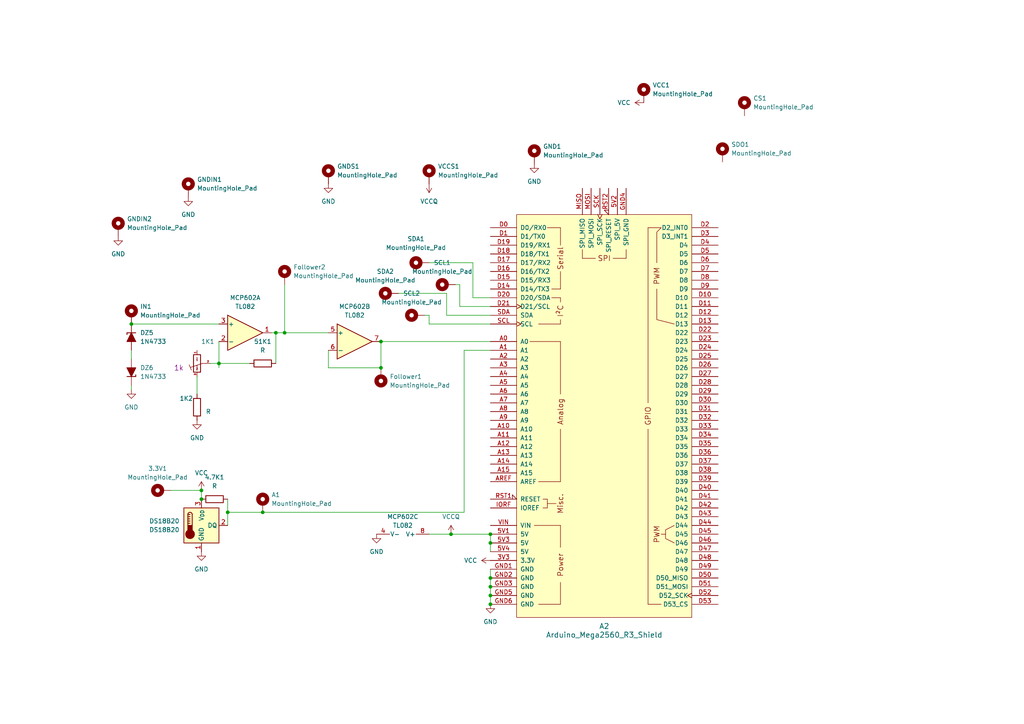
<source format=kicad_sch>
(kicad_sch (version 20230121) (generator eeschema)
  (paper "A4")
  (lib_symbols
    (symbol "Amplifier_Operational:TL082" (pin_names (offset 0.127))
      (property "Reference" "U" (at 0 5.08 0))
      (property "Value" "TL082" (at 0 -5.08 0))
      (symbol "TL082_1_1"
        (polyline (pts (xy -5.08 5.08) (xy 5.08 0) (xy -5.08 -5.08) (xy -5.08 5.08)) (stroke (width 0.254)) (fill (type background)))
        (pin output line (at 7.62 0 180) (length 2.54) (name "~") (number "1"))
        (pin input line (at -7.62 -2.54 0) (length 2.54) (name "-") (number "2"))
        (pin input line (at -7.62 2.54 0) (length 2.54) (name "+") (number "3"))
      )
      (symbol "TL082_2_1"
        (polyline (pts (xy -5.08 5.08) (xy 5.08 0) (xy -5.08 -5.08) (xy -5.08 5.08)) (stroke (width 0.254)) (fill (type background)))
        (pin input line (at -7.62 2.54 0) (length 2.54) (name "+") (number "5"))
        (pin input line (at -7.62 -2.54 0) (length 2.54) (name "-") (number "6"))
        (pin output line (at 7.62 0 180) (length 2.54) (name "~") (number "7"))
      )
      (symbol "TL082_3_1"
        (pin power_in line (at -2.54 -7.62 90) (length 3.81) (name "V-") (number "4"))
        (pin power_in line (at -2.54 7.62 270) (length 3.81) (name "V+") (number "8"))
      )
    )
    (symbol "Device:R" (pin_numbers hide) (pin_names (offset 0))
      (property "Reference" "R" (at 2.032 0 90))
      (property "Value" "R" (at 0 0 90))
      (symbol "R_0_1"
        (rectangle (start -1.016 -2.54) (end 1.016 2.54) (stroke (width 0.254)))
      )
      (symbol "R_1_1"
        (pin passive line (at 0 3.81 270) (length 1.27) (name "~") (number "1"))
        (pin passive line (at 0 -3.81 90) (length 1.27) (name "~") (number "2"))
      )
    )
    (symbol "Mechanical:MountingHole_Pad" (pin_numbers hide) (pin_names (offset 1.016) hide)
      (property "Reference" "H" (at 0 6.35 0))
      (property "Value" "MountingHole_Pad" (at 0 4.445 0))
      (symbol "MountingHole_Pad_0_1"
        (circle (center 0 1.27) (radius 1.27) (stroke (width 1.27)))
      )
      (symbol "MountingHole_Pad_1_1"
        (pin input line (at 0 -2.54 90) (length 2.54) (name "1") (number "1"))
      )
    )
    (symbol "PCM_4ms_Potentiometer:TrimPot_T73YEt_1k" (pin_names (offset 1.016) hide)
      (property "Reference" "TRIM" (at -5.08 0.381 90))
      (property "Display" "1k" (at -3.302 0.127 90))
      (symbol "TrimPot_T73YEt_1k_0_1"
        (polyline (pts (xy -2.286 -0.381) (xy -1.651 -1.905)))
        (polyline (pts (xy -1.905 -1.143) (xy 1.524 0)))
        (polyline (pts (xy 2.54 0) (xy 1.524 0)))
        (rectangle (start 1.016 2.54) (end -1.016 -2.54) (stroke (width 0.254)))
      )
      (symbol "TrimPot_T73YEt_1k_1_0"
        (text "Left/1" (at 0 1.27 900) (effects (font (size 0.254 0.254))))
        (text "Right/3" (at 0 -1.27 900) (effects (font (size 0.254 0.254))))
      )
      (symbol "TrimPot_T73YEt_1k_1_1"
        (pin passive line (at 0 3.81 270) (length 1.27) (name "Left") (number "1"))
        (pin passive line (at 3.81 0 180) (length 1.27) (name "Center") (number "2"))
        (pin passive line (at 0 -3.81 90) (length 1.27) (name "Right") (number "3"))
      )
    )
    (symbol "PCM_4ms_Power-symbol:GND" (power) (pin_names (offset 0))
      (property "Value" "GND" (at 0 -3.81 0))
      (symbol "GND_0_1"
        (polyline (pts (xy 0 0) (xy 0 -1.27) (xy 1.27 -1.27) (xy 0 -2.54) (xy -1.27 -1.27) (xy 0 -1.27)))
      )
      (symbol "GND_1_1"
        (pin power_in line (at 0 0 270) (length 0) hide (name "GND") (number "1"))
      )
    )
    (symbol "PCM_Diode_Zener_AKL:1N4733" (pin_numbers hide) (pin_names (offset 1.016) hide)
      (property "Reference" "DZ" (at 0 5.08 0))
      (property "Value" "1N4733" (at 0 2.54 0))
      (symbol "1N4733_0_1"
        (polyline (pts (xy -1.27 0) (xy 1.27 0)))
        (polyline (pts (xy 1.27 1.27) (xy 0.762 1.27)) (stroke (width 0.254)))
        (polyline (pts (xy 1.27 1.27) (xy 1.27 -1.27)) (stroke (width 0.254)))
        (polyline (pts (xy -1.27 -1.27) (xy -1.27 1.27) (xy 1.27 0) (xy -1.27 -1.27)) (stroke (width 0.254)) (fill (type outline)))
      )
      (symbol "1N4733_1_1"
        (pin passive line (at 3.81 0 180) (length 2.54) (name "K") (number "1"))
        (pin passive line (at -3.81 0 0) (length 2.54) (name "A") (number "2"))
      )
    )
    (symbol "PCM_arduino-library:Arduino_Mega2560_R3_Shield" (pin_names (offset 1.016))
      (property "Reference" "A" (at 0 -62.23 0))
      (property "Value" "Arduino_Mega2560_R3_Shield" (at 0 -66.04 0))
      (symbol "Arduino_Mega2560_R3_Shield_0_0"
        (rectangle (start -25.4 -58.42) (end 25.4 58.42) (fill (type background)))
        (rectangle (start -20.32 -31.75) (end -12.7 -31.75))
        (rectangle (start -19.05 -54.61) (end -12.7 -54.61))
        (rectangle (start -19.05 -19.05) (end -12.7 -19.05))
        (rectangle (start -19.05 26.67) (end -12.7 26.67))
        (rectangle (start -17.78 -26.67) (end -16.51 -26.67))
        (rectangle (start -17.78 -24.13) (end -16.51 -24.13))
        (rectangle (start -16.51 -25.4) (end -13.97 -25.4))
        (rectangle (start -16.51 -24.13) (end -16.51 -26.67))
        (rectangle (start -16.51 54.61) (end -12.7 54.61))
        (rectangle (start -15.24 34.29) (end -12.7 34.29))
        (rectangle (start -15.24 36.83) (end -12.7 36.83))
        (rectangle (start -12.7 -54.61) (end -12.7 -48.26))
        (rectangle (start -12.7 -31.75) (end -12.7 -38.1))
        (rectangle (start -12.7 26.67) (end -12.7 27.94))
        (rectangle (start -12.7 34.29) (end -12.7 33.02))
        (rectangle (start -12.7 41.91) (end -12.7 36.83))
        (rectangle (start -12.7 49.53) (end -12.7 54.61))
        (rectangle (start -6.35 48.26) (end -6.35 45.72))
        (rectangle (start -2.54 45.72) (end -6.35 45.72))
        (polyline (pts (xy -21.59 21.59) (xy -12.7 21.59)))
        (polyline (pts (xy -12.7 -19.05) (xy -12.7 -3.81)))
        (polyline (pts (xy -12.7 6.35) (xy -12.7 21.59)))
        (polyline (pts (xy 12.7 -54.61) (xy 16.51 -54.61)))
        (polyline (pts (xy 12.7 54.61) (xy 16.51 54.61)))
        (polyline (pts (xy 17.78 -34.29) (xy 16.51 -34.29)))
        (polyline (pts (xy 15.24 36.83) (xy 15.24 27.94) (xy 20.32 26.67)))
        (polyline (pts (xy 15.24 44.45) (xy 15.24 53.34) (xy 16.51 54.61)))
        (polyline (pts (xy 20.32 -31.75) (xy 17.78 -33.02) (xy 17.78 -35.56) (xy 20.32 -36.83)))
        (rectangle (start 6.35 45.72) (end 2.54 45.72))
        (rectangle (start 6.35 48.26) (end 6.35 45.72))
        (text "Analog" (at -12.7 1.27 900) (effects (font (size 1.524 1.524))))
        (text "I²C" (at -12.7 30.48 900) (effects (font (size 1.524 1.524))))
        (text "Misc." (at -12.7 -25.4 900) (effects (font (size 1.524 1.524))))
        (text "Power" (at -12.7 -43.18 900) (effects (font (size 1.524 1.524))))
        (text "PWM" (at 15.24 -34.29 900) (effects (font (size 1.524 1.524))))
        (text "PWM" (at 15.24 40.64 900) (effects (font (size 1.524 1.524))))
        (text "Serial" (at -12.7 45.72 900) (effects (font (size 1.524 1.524))))
        (text "SPI" (at 0 45.72 0) (effects (font (size 1.524 1.524))))
      )
      (symbol "Arduino_Mega2560_R3_Shield_1_0"
        (rectangle (start 12.7 -54.61) (end 12.7 -3.81))
        (rectangle (start 12.7 54.61) (end 12.7 3.81))
        (text "GPIO" (at 12.7 0 900) (effects (font (size 1.524 1.524))))
      )
      (symbol "Arduino_Mega2560_R3_Shield_1_1"
        (pin power_out line (at -33.02 -41.91 0) (length 7.62) (name "3.3V") (number "3V3"))
        (pin power_in line (at -33.02 -34.29 0) (length 7.62) (name "5V") (number "5V1"))
        (pin power_in line (at 3.81 66.04 270) (length 7.62) (name "SPI_5V") (number "5V2"))
        (pin power_in line (at -33.02 -36.83 0) (length 7.62) (name "5V") (number "5V3"))
        (pin power_in line (at -33.02 -39.37 0) (length 7.62) (name "5V") (number "5V4"))
        (pin bidirectional line (at -33.02 21.59 0) (length 7.62) (name "A0") (number "A0"))
        (pin bidirectional line (at -33.02 19.05 0) (length 7.62) (name "A1") (number "A1"))
        (pin bidirectional line (at -33.02 -3.81 0) (length 7.62) (name "A10") (number "A10"))
        (pin bidirectional line (at -33.02 -6.35 0) (length 7.62) (name "A11") (number "A11"))
        (pin bidirectional line (at -33.02 -8.89 0) (length 7.62) (name "A12") (number "A12"))
        (pin bidirectional line (at -33.02 -11.43 0) (length 7.62) (name "A13") (number "A13"))
        (pin bidirectional line (at -33.02 -13.97 0) (length 7.62) (name "A14") (number "A14"))
        (pin bidirectional line (at -33.02 -16.51 0) (length 7.62) (name "A15") (number "A15"))
        (pin bidirectional line (at -33.02 16.51 0) (length 7.62) (name "A2") (number "A2"))
        (pin bidirectional line (at -33.02 13.97 0) (length 7.62) (name "A3") (number "A3"))
        (pin bidirectional line (at -33.02 11.43 0) (length 7.62) (name "A4") (number "A4"))
        (pin bidirectional line (at -33.02 8.89 0) (length 7.62) (name "A5") (number "A5"))
        (pin bidirectional line (at -33.02 6.35 0) (length 7.62) (name "A6") (number "A6"))
        (pin bidirectional line (at -33.02 3.81 0) (length 7.62) (name "A7") (number "A7"))
        (pin bidirectional line (at -33.02 1.27 0) (length 7.62) (name "A8") (number "A8"))
        (pin bidirectional line (at -33.02 -1.27 0) (length 7.62) (name "A9") (number "A9"))
        (pin input line (at -33.02 -19.05 0) (length 7.62) (name "AREF") (number "AREF"))
        (pin bidirectional line (at -33.02 54.61 0) (length 7.62) (name "D0/RX0") (number "D0"))
        (pin bidirectional line (at -33.02 52.07 0) (length 7.62) (name "D1/TX0") (number "D1"))
        (pin bidirectional line (at 33.02 34.29 180) (length 7.62) (name "D10") (number "D10"))
        (pin bidirectional line (at 33.02 31.75 180) (length 7.62) (name "D11") (number "D11"))
        (pin bidirectional line (at 33.02 29.21 180) (length 7.62) (name "D12") (number "D12"))
        (pin bidirectional line (at 33.02 26.67 180) (length 7.62) (name "D13") (number "D13"))
        (pin bidirectional line (at -33.02 36.83 0) (length 7.62) (name "D14/TX3") (number "D14"))
        (pin bidirectional line (at -33.02 39.37 0) (length 7.62) (name "D15/RX3") (number "D15"))
        (pin bidirectional line (at -33.02 41.91 0) (length 7.62) (name "D16/TX2") (number "D16"))
        (pin bidirectional line (at -33.02 44.45 0) (length 7.62) (name "D17/RX2") (number "D17"))
        (pin bidirectional line (at -33.02 46.99 0) (length 7.62) (name "D18/TX1") (number "D18"))
        (pin bidirectional line (at -33.02 49.53 0) (length 7.62) (name "D19/RX1") (number "D19"))
        (pin bidirectional line (at 33.02 54.61 180) (length 7.62) (name "D2_INT0") (number "D2"))
        (pin bidirectional line (at -33.02 34.29 0) (length 7.62) (name "D20/SDA") (number "D20"))
        (pin bidirectional clock (at -33.02 31.75 0) (length 7.62) (name "D21/SCL") (number "D21"))
        (pin bidirectional line (at 33.02 24.13 180) (length 7.62) (name "D22") (number "D22"))
        (pin bidirectional line (at 33.02 21.59 180) (length 7.62) (name "D23") (number "D23"))
        (pin bidirectional line (at 33.02 19.05 180) (length 7.62) (name "D24") (number "D24"))
        (pin bidirectional line (at 33.02 16.51 180) (length 7.62) (name "D25") (number "D25"))
        (pin bidirectional line (at 33.02 13.97 180) (length 7.62) (name "D26") (number "D26"))
        (pin bidirectional line (at 33.02 11.43 180) (length 7.62) (name "D27") (number "D27"))
        (pin bidirectional line (at 33.02 8.89 180) (length 7.62) (name "D28") (number "D28"))
        (pin bidirectional line (at 33.02 6.35 180) (length 7.62) (name "D29") (number "D29"))
        (pin bidirectional line (at 33.02 52.07 180) (length 7.62) (name "D3_INT1") (number "D3"))
        (pin bidirectional line (at 33.02 3.81 180) (length 7.62) (name "D30") (number "D30"))
        (pin bidirectional line (at 33.02 1.27 180) (length 7.62) (name "D31") (number "D31"))
        (pin bidirectional line (at 33.02 -1.27 180) (length 7.62) (name "D32") (number "D32"))
        (pin bidirectional line (at 33.02 -3.81 180) (length 7.62) (name "D33") (number "D33"))
        (pin bidirectional line (at 33.02 -6.35 180) (length 7.62) (name "D34") (number "D34"))
        (pin bidirectional line (at 33.02 -8.89 180) (length 7.62) (name "D35") (number "D35"))
        (pin bidirectional line (at 33.02 -11.43 180) (length 7.62) (name "D36") (number "D36"))
        (pin bidirectional line (at 33.02 -13.97 180) (length 7.62) (name "D37") (number "D37"))
        (pin bidirectional line (at 33.02 -16.51 180) (length 7.62) (name "D38") (number "D38"))
        (pin bidirectional line (at 33.02 -19.05 180) (length 7.62) (name "D39") (number "D39"))
        (pin bidirectional line (at 33.02 49.53 180) (length 7.62) (name "D4") (number "D4"))
        (pin bidirectional line (at 33.02 -21.59 180) (length 7.62) (name "D40") (number "D40"))
        (pin bidirectional line (at 33.02 -24.13 180) (length 7.62) (name "D41") (number "D41"))
        (pin bidirectional line (at 33.02 -26.67 180) (length 7.62) (name "D42") (number "D42"))
        (pin bidirectional line (at 33.02 -29.21 180) (length 7.62) (name "D43") (number "D43"))
        (pin bidirectional line (at 33.02 -31.75 180) (length 7.62) (name "D44") (number "D44"))
        (pin bidirectional line (at 33.02 -34.29 180) (length 7.62) (name "D45") (number "D45"))
        (pin bidirectional line (at 33.02 -36.83 180) (length 7.62) (name "D46") (number "D46"))
        (pin bidirectional line (at 33.02 -39.37 180) (length 7.62) (name "D47") (number "D47"))
        (pin bidirectional line (at 33.02 -41.91 180) (length 7.62) (name "D48") (number "D48"))
        (pin bidirectional line (at 33.02 -44.45 180) (length 7.62) (name "D49") (number "D49"))
        (pin bidirectional line (at 33.02 46.99 180) (length 7.62) (name "D5") (number "D5"))
        (pin bidirectional line (at 33.02 -46.99 180) (length 7.62) (name "D50_MISO") (number "D50"))
        (pin bidirectional line (at 33.02 -49.53 180) (length 7.62) (name "D51_MOSI") (number "D51"))
        (pin bidirectional clock (at 33.02 -52.07 180) (length 7.62) (name "D52_SCK") (number "D52"))
        (pin bidirectional line (at 33.02 -54.61 180) (length 7.62) (name "D53_CS") (number "D53"))
        (pin bidirectional line (at 33.02 44.45 180) (length 7.62) (name "D6") (number "D6"))
        (pin bidirectional line (at 33.02 41.91 180) (length 7.62) (name "D7") (number "D7"))
        (pin bidirectional line (at 33.02 39.37 180) (length 7.62) (name "D8") (number "D8"))
        (pin bidirectional line (at 33.02 36.83 180) (length 7.62) (name "D9") (number "D9"))
        (pin power_in line (at -33.02 -44.45 0) (length 7.62) (name "GND") (number "GND1"))
        (pin power_in line (at -33.02 -46.99 0) (length 7.62) (name "GND") (number "GND2"))
        (pin power_in line (at -33.02 -49.53 0) (length 7.62) (name "GND") (number "GND3"))
        (pin power_in line (at 6.35 66.04 270) (length 7.62) (name "SPI_GND") (number "GND4"))
        (pin power_in line (at -33.02 -52.07 0) (length 7.62) (name "GND") (number "GND5"))
        (pin power_in line (at -33.02 -54.61 0) (length 7.62) (name "GND") (number "GND6"))
        (pin output line (at -33.02 -26.67 0) (length 7.62) (name "IOREF") (number "IORF"))
        (pin input line (at -6.35 66.04 270) (length 7.62) (name "SPI_MISO") (number "MISO"))
        (pin output line (at -3.81 66.04 270) (length 7.62) (name "SPI_MOSI") (number "MOSI"))
        (pin open_collector input_low (at -33.02 -24.13 0) (length 7.62) (name "RESET") (number "RST1"))
        (pin open_collector input_low (at 1.27 66.04 270) (length 7.62) (name "SPI_RESET") (number "RST2"))
        (pin output clock (at -1.27 66.04 270) (length 7.62) (name "SPI_SCK") (number "SCK"))
        (pin bidirectional clock (at -33.02 26.67 0) (length 7.62) (name "SCL") (number "SCL"))
        (pin bidirectional line (at -33.02 29.21 0) (length 7.62) (name "SDA") (number "SDA"))
        (pin power_in line (at -33.02 -31.75 0) (length 7.62) (name "VIN") (number "VIN"))
      )
    )
    (symbol "Sensor_Temperature:DS18B20"
      (property "Reference" "U" (at -3.81 6.35 0))
      (property "Value" "DS18B20" (at 6.35 6.35 0))
      (symbol "DS18B20_0_1"
        (rectangle (start -5.08 5.08) (end 5.08 -5.08) (stroke (width 0.254)) (fill (type background)))
        (circle (center -3.302 -2.54) (radius 1.27) (stroke (width 0.254)) (fill (type outline)))
        (rectangle (start -2.667 -1.905) (end -3.937 0) (stroke (width 0.254)) (fill (type outline)))
        (arc (start -2.667 3.175) (mid -3.302 3.8073) (end -3.937 3.175) (stroke (width 0.254)))
        (polyline (pts (xy -3.937 0.635) (xy -3.302 0.635)) (stroke (width 0.254)))
        (polyline (pts (xy -3.937 1.27) (xy -3.302 1.27)) (stroke (width 0.254)))
        (polyline (pts (xy -3.937 1.905) (xy -3.302 1.905)) (stroke (width 0.254)))
        (polyline (pts (xy -3.937 2.54) (xy -3.302 2.54)) (stroke (width 0.254)))
        (polyline (pts (xy -3.937 3.175) (xy -3.937 0)) (stroke (width 0.254)))
        (polyline (pts (xy -3.937 3.175) (xy -3.302 3.175)) (stroke (width 0.254)))
        (polyline (pts (xy -2.667 3.175) (xy -2.667 0)) (stroke (width 0.254)))
      )
      (symbol "DS18B20_1_1"
        (pin power_in line (at 0 -7.62 90) (length 2.54) (name "GND") (number "1"))
        (pin bidirectional line (at 7.62 0 180) (length 2.54) (name "DQ") (number "2"))
        (pin power_in line (at 0 7.62 270) (length 2.54) (name "V_{DD}") (number "3"))
      )
    )
    (symbol "power:VCC" (power) (pin_names (offset 0))
      (property "Value" "VCC" (at 0 3.81 0))
      (symbol "VCC_0_1"
        (polyline (pts (xy -0.762 1.27) (xy 0 2.54)))
        (polyline (pts (xy 0 0) (xy 0 2.54)))
        (polyline (pts (xy 0 2.54) (xy 0.762 1.27)))
      )
      (symbol "VCC_1_1"
        (pin power_in line (at 0 0 90) (length 0) hide (name "VCC") (number "1"))
      )
    )
    (symbol "power:VCCQ" (power) (pin_names (offset 0))
      (property "Value" "VCCQ" (at 0 3.81 0))
      (symbol "VCCQ_0_1"
        (polyline (pts (xy -0.762 1.27) (xy 0 2.54)))
        (polyline (pts (xy 0 0) (xy 0 2.54)))
        (polyline (pts (xy 0 2.54) (xy 0.762 1.27)))
      )
      (symbol "VCCQ_1_1"
        (pin power_in line (at 0 0 90) (length 0) hide (name "VCCQ") (number "1"))
      )
    )
  )
  (junction (at 110.49 106.68))
  (junction (at 110.49 99.06))
  (junction (at 80.01 96.52))
  (junction (at 66.04 148.59))
  (junction (at 142.24 172.72))
  (junction (at 38.1 93.98))
  (junction (at 82.55 96.52))
  (junction (at 130.81 154.94))
  (junction (at 63.5 105.41))
  (junction (at 142.24 154.94))
  (junction (at 142.24 170.18))
  (junction (at 142.24 167.64))
  (junction (at 76.2 148.59))
  (junction (at 142.24 157.48))
  (junction (at 58.42 142.24))
  (junction (at 58.42 144.78))
  (junction (at 142.24 175.26))
  (wire (pts (xy 124.46 93.98) (xy 142.24 93.98)))
  (wire (pts (xy 142.24 172.72) (xy 142.24 175.26)))
  (wire (pts (xy 66.04 148.59) (xy 66.04 152.4)))
  (wire (pts (xy 38.1 93.98) (xy 63.5 93.98)))
  (wire (pts (xy 134.62 101.6) (xy 134.62 148.59)))
  (wire (pts (xy 38.1 104.14) (xy 38.1 101.6)))
  (wire (pts (xy 115.57 85.09) (xy 129.54 85.09)))
  (wire (pts (xy 142.24 165.1) (xy 142.24 167.64)))
  (wire (pts (xy 66.04 144.78) (xy 66.04 148.59)))
  (wire (pts (xy 129.54 91.44) (xy 142.24 91.44)))
  (wire (pts (xy 49.53 142.24) (xy 58.42 142.24)))
  (wire (pts (xy 142.24 167.64) (xy 142.24 170.18)))
  (wire (pts (xy 142.24 170.18) (xy 142.24 172.72)))
  (wire (pts (xy 82.55 82.55) (xy 82.55 96.52)))
  (wire (pts (xy 142.24 101.6) (xy 134.62 101.6)))
  (wire (pts (xy 63.5 105.41) (xy 63.5 99.06)))
  (wire (pts (xy 129.54 85.09) (xy 129.54 91.44)))
  (wire (pts (xy 134.62 148.59) (xy 76.2 148.59)))
  (wire (pts (xy 38.1 113.03) (xy 38.1 111.76)))
  (wire (pts (xy 63.5 105.41) (xy 72.39 105.41)))
  (wire (pts (xy 142.24 154.94) (xy 142.24 157.48)))
  (wire (pts (xy 142.24 99.06) (xy 110.49 99.06)))
  (wire (pts (xy 80.01 96.52) (xy 78.74 96.52)))
  (wire (pts (xy 124.46 154.94) (xy 130.81 154.94)))
  (wire (pts (xy 132.08 82.55) (xy 133.35 82.55)))
  (wire (pts (xy 142.24 157.48) (xy 142.24 160.02)))
  (wire (pts (xy 124.46 91.44) (xy 124.46 93.98)))
  (wire (pts (xy 130.81 154.94) (xy 142.24 154.94)))
  (wire (pts (xy 60.96 105.41) (xy 63.5 105.41)))
  (wire (pts (xy 123.19 91.44) (xy 124.46 91.44)))
  (wire (pts (xy 76.2 148.59) (xy 66.04 148.59)))
  (wire (pts (xy 137.16 76.2) (xy 137.16 86.36)))
  (wire (pts (xy 82.55 96.52) (xy 95.25 96.52)))
  (wire (pts (xy 133.35 88.9) (xy 142.24 88.9)))
  (wire (pts (xy 63.5 106.68) (xy 63.5 105.41)))
  (wire (pts (xy 110.49 106.68) (xy 110.49 99.06)))
  (wire (pts (xy 57.15 109.22) (xy 57.15 114.3)))
  (wire (pts (xy 80.01 96.52) (xy 80.01 105.41)))
  (wire (pts (xy 133.35 82.55) (xy 133.35 88.9)))
  (wire (pts (xy 95.25 101.6) (xy 95.25 106.68)))
  (wire (pts (xy 95.25 106.68) (xy 110.49 106.68)))
  (wire (pts (xy 80.01 96.52) (xy 82.55 96.52)))
  (wire (pts (xy 137.16 86.36) (xy 142.24 86.36)))
  (wire (pts (xy 58.42 142.24) (xy 58.42 144.78)))
  (wire (pts (xy 124.46 76.2) (xy 137.16 76.2)))
  (symbol (lib_id "PCM_4ms_Potentiometer:TrimPot_T73YEt_1k") (at 57.15 105.41 0) (unit 1)
    (property "Reference" "1K1" (at 62.23 99.06 0) (effects (justify right)))
    (property "Value" "TrimPot_T73YEt_1k" (effects hide))
    (property "Footprint" "PCM_Potentiometer_THT_US_AKL:Potentiometer_Bourns_3296W_Vertical" (effects hide))
    (property "Specifications" "Trimpot, TH, 1k, single turn, square" (effects hide))
    (property "Manufacturer" "Vishay" (effects hide))
    (property "Part Number" "T73YE102KT20" (effects hide))
    (property "Display" "1k" (at 53.34 106.68 0) (effects (font (size 1.524 1.524)) (justify right)))
  )
  (symbol (lib_id "power:VCCQ") (at 124.46 53.34 180) (unit 1)
    (property "Reference" "#PWR012" (effects hide))
    (property "Value" "VCCQ" (at 124.46 58.42 0))
  )
  (symbol (lib_id "power:VCCQ") (at 130.81 154.94 0) (unit 1)
    (property "Reference" "#PWR04" (effects hide))
    (property "Value" "VCCQ" (at 130.81 149.86 0))
  )
  (symbol (lib_id "Amplifier_Operational:TL082") (at 116.84 157.48 270) (unit 3)
    (property "Reference" "MCP602" (at 116.84 149.86 90))
    (property "Value" "TL082" (at 116.84 152.4 90))
    (property "Footprint" "Package_DIP:DIP-8_W7.62mm" (effects hide))
    (property "Datasheet" "http://www.ti.com/lit/ds/symlink/tl081.pdf" (effects hide))
  )
  (symbol (lib_id "Mechanical:MountingHole_Pad") (at 121.92 76.2 90) (unit 1)
    (property "Reference" "SDA1" (at 120.65 69.2797 90))
    (property "Value" "MountingHole_Pad" (at 120.65 71.8197 90))
    (property "Footprint" "Connector_Pin:Pin_D1.3mm_L11.0mm" (effects hide))
  )
  (symbol (lib_id "Mechanical:MountingHole_Pad") (at 76.2 146.05 0) (unit 1)
    (property "Reference" "A1" (at 78.74 143.51 0) (effects (justify left)))
    (property "Value" "MountingHole_Pad" (at 78.74 146.05 0) (effects (justify left)))
    (property "Footprint" "Connector_Pin:Pin_D1.3mm_L11.0mm" (effects hide))
  )
  (symbol (lib_id "power:VCC") (at 186.7246 29.7803 90) (unit 1)
    (property "Reference" "#PWR09" (effects hide))
    (property "Value" "VCC" (at 182.9146 29.7803 90) (effects (justify left)))
  )
  (symbol (lib_id "Mechanical:MountingHole_Pad") (at 38.1 91.44 0) (unit 1)
    (property "Reference" "IN1" (at 40.64 88.9 0) (effects (justify left)))
    (property "Value" "MountingHole_Pad" (at 40.64 91.44 0) (effects (justify left)))
    (property "Footprint" "Connector_Pin:Pin_D1.3mm_L11.0mm" (effects hide))
  )
  (symbol (lib_id "Mechanical:MountingHole_Pad") (at 54.61 54.61 0) (unit 1)
    (property "Reference" "GNDIN1" (at 57.15 52.07 0) (effects (justify left)))
    (property "Value" "MountingHole_Pad" (at 57.15 54.61 0) (effects (justify left)))
    (property "Footprint" "Connector_Pin:Pin_D1.3mm_L11.0mm" (effects hide))
  )
  (symbol (lib_id "Mechanical:MountingHole_Pad") (at 129.54 82.55 90) (unit 1)
    (property "Reference" "SCL1" (at 128.27 76.2 90))
    (property "Value" "MountingHole_Pad" (at 128.27 78.74 90))
    (property "Footprint" "Connector_Pin:Pin_D1.3mm_L11.0mm" (effects hide))
  )
  (symbol (lib_id "PCM_4ms_Power-symbol:GND") (at 109.22 154.94 0) (unit 1)
    (property "Reference" "#PWR014" (effects hide))
    (property "Value" "GND" (at 109.22 160.02 0))
  )
  (symbol (lib_id "Mechanical:MountingHole_Pad") (at 124.46 50.8 0) (unit 1)
    (property "Reference" "VCCS1" (at 127 48.26 0) (effects (justify left)))
    (property "Value" "MountingHole_Pad" (at 127 50.8 0) (effects (justify left)))
    (property "Footprint" "Connector_Pin:Pin_D1.0mm_L10.0mm" (effects hide))
  )
  (symbol (lib_id "Mechanical:MountingHole_Pad") (at 215.9346 31.0503 0) (unit 1)
    (property "Reference" "CS1" (at 218.4746 28.5103 0) (effects (justify left)))
    (property "Value" "MountingHole_Pad" (at 218.4746 31.0503 0) (effects (justify left)))
    (property "Footprint" "Connector_Pin:Pin_D1.3mm_L11.0mm" (effects hide))
  )
  (symbol (lib_id "Device:R") (at 57.15 118.11 180) (unit 1)
    (property "Reference" "1K2" (at 52.07 115.57 0) (effects (justify right)))
    (property "Value" "R" (at 59.69 119.38 0) (effects (justify right)))
    (property "Footprint" "Resistor_THT:R_Axial_DIN0204_L3.6mm_D1.6mm_P7.62mm_Horizontal" (effects hide))
  )
  (symbol (lib_id "Mechanical:MountingHole_Pad") (at 110.49 109.22 180) (unit 1)
    (property "Reference" "Follower1" (at 113.03 109.22 0) (effects (justify right)))
    (property "Value" "MountingHole_Pad" (at 113.03 111.76 0) (effects (justify right)))
    (property "Footprint" "Connector_Pin:Pin_D1.0mm_L10.0mm" (effects hide))
  )
  (symbol (lib_id "Mechanical:MountingHole_Pad") (at 209.55 44.45 0) (unit 1)
    (property "Reference" "SDO1" (at 212.09 41.91 0) (effects (justify left)))
    (property "Value" "MountingHole_Pad" (at 212.09 44.45 0) (effects (justify left)))
    (property "Footprint" "Connector_Pin:Pin_D1.3mm_L11.0mm" (effects hide))
  )
  (symbol (lib_id "PCM_arduino-library:Arduino_Mega2560_R3_Shield") (at 175.26 120.65 0) (unit 1)
    (property "Reference" "A2" (at 175.26 181.61 0) (effects (font (size 1.524 1.524))))
    (property "Value" "Arduino_Mega2560_R3_Shield" (at 175.26 184.15 0) (effects (font (size 1.524 1.524))))
    (property "Footprint" "PCM_arduino-library:Arduino_Mega2560_R3_Shield" (effects hide))
    (property "Datasheet" "https://docs.arduino.cc/hardware/mega-2560" (effects hide))
  )
  (symbol (lib_id "Sensor_Temperature:DS18B20") (at 58.42 152.4 0) (unit 1)
    (property "Reference" "DS18B20" (at 52.07 151.13 0) (effects (justify right)))
    (property "Value" "DS18B20" (at 52.07 153.67 0) (effects (justify right)))
    (property "Footprint" "Package_TO_SOT_THT:TO-92_Inline_Wide" (effects hide))
    (property "Datasheet" "http://datasheets.maximintegrated.com/en/ds/DS18B20.pdf" (effects hide))
  )
  (symbol (lib_id "Mechanical:MountingHole_Pad") (at 95.25 50.8 0) (unit 1)
    (property "Reference" "GNDS1" (at 97.79 48.26 0) (effects (justify left)))
    (property "Value" "MountingHole_Pad" (at 97.79 50.8 0) (effects (justify left)))
    (property "Footprint" "Connector_Pin:Pin_D1.0mm_L10.0mm" (effects hide))
  )
  (symbol (lib_id "Device:R") (at 62.23 144.78 90) (unit 1)
    (property "Reference" "4.7K1" (at 62.23 138.43 90))
    (property "Value" "R" (at 62.23 140.97 90))
    (property "Footprint" "Resistor_THT:R_Axial_DIN0204_L3.6mm_D1.6mm_P7.62mm_Horizontal" (effects hide))
  )
  (symbol (lib_id "PCM_Diode_Zener_AKL:1N4733") (at 38.1 107.95 270) (unit 1)
    (property "Reference" "DZ6" (at 40.64 106.68 90) (effects (justify left)))
    (property "Value" "1N4733" (at 40.64 109.22 90) (effects (justify left)))
    (property "Footprint" "Diode_THT:D_A-405_P12.70mm_Horizontal" (effects hide))
    (property "Datasheet" "https://www.tme.eu/Document/0ec771a1264cb7f2aef89c89242989dc/1N47xxA.PDF" (effects hide))
  )
  (symbol (lib_id "PCM_4ms_Power-symbol:GND") (at 95.25 53.34 0) (unit 1)
    (property "Reference" "#PWR07" (effects hide))
    (property "Value" "GND" (at 95.25 58.42 0))
  )
  (symbol (lib_id "Mechanical:MountingHole_Pad") (at 46.99 142.24 90) (unit 1)
    (property "Reference" "3.3V1" (at 45.72 135.89 90))
    (property "Value" "MountingHole_Pad" (at 45.72 138.43 90))
    (property "Footprint" "Connector_Pin:Pin_D1.3mm_L11.0mm" (effects hide))
  )
  (symbol (lib_id "PCM_4ms_Power-symbol:GND") (at 34.29 68.58 0) (unit 1)
    (property "Reference" "#PWR011" (effects hide))
    (property "Value" "GND" (at 34.29 73.66 0))
  )
  (symbol (lib_id "Mechanical:MountingHole_Pad") (at 120.65 91.44 90) (unit 1)
    (property "Reference" "SCL2" (at 119.38 85.09 90))
    (property "Value" "MountingHole_Pad" (at 119.38 87.63 90))
    (property "Footprint" "Connector_Pin:Pin_D1.0mm_L10.0mm" (effects hide))
  )
  (symbol (lib_id "Amplifier_Operational:TL082") (at 71.12 96.52 0) (unit 1)
    (property "Reference" "MCP602" (at 71.12 86.36 0))
    (property "Value" "TL082" (at 71.12 88.9 0))
    (property "Footprint" "Package_DIP:DIP-8_W7.62mm" (effects hide))
    (property "Datasheet" "http://www.ti.com/lit/ds/symlink/tl081.pdf" (effects hide))
  )
  (symbol (lib_id "Mechanical:MountingHole_Pad") (at 34.29 66.04 0) (unit 1)
    (property "Reference" "GNDIN2" (at 36.83 63.5 0) (effects (justify left)))
    (property "Value" "MountingHole_Pad" (at 36.83 66.04 0) (effects (justify left)))
    (property "Footprint" "Connector_Pin:Pin_D1.3mm_L11.0mm" (effects hide))
  )
  (symbol (lib_id "Mechanical:MountingHole_Pad") (at 82.55 80.01 0) (unit 1)
    (property "Reference" "Follower2" (at 85.09 77.47 0) (effects (justify left)))
    (property "Value" "MountingHole_Pad" (at 85.09 80.01 0) (effects (justify left)))
    (property "Footprint" "Connector_Pin:Pin_D1.0mm_L10.0mm" (effects hide))
  )
  (symbol (lib_id "PCM_4ms_Power-symbol:GND") (at 57.15 121.92 0) (unit 1)
    (property "Reference" "#PWR06" (effects hide))
    (property "Value" "GND" (at 57.15 127 0))
  )
  (symbol (lib_id "power:VCC") (at 58.42 142.24 0) (unit 1)
    (property "Reference" "#PWR08" (effects hide))
    (property "Value" "VCC" (at 58.42 137.16 0))
  )
  (symbol (lib_id "Amplifier_Operational:TL082") (at 102.87 99.06 0) (unit 2)
    (property "Reference" "MCP602" (at 102.87 88.9 0))
    (property "Value" "TL082" (at 102.87 91.44 0))
    (property "Footprint" "Package_DIP:DIP-8_W7.62mm" (effects hide))
    (property "Datasheet" "http://www.ti.com/lit/ds/symlink/tl081.pdf" (effects hide))
  )
  (symbol (lib_id "Mechanical:MountingHole_Pad") (at 154.9746 45.0203 0) (unit 1)
    (property "Reference" "GND1" (at 157.5146 42.4803 0) (effects (justify left)))
    (property "Value" "MountingHole_Pad" (at 157.5146 45.0203 0) (effects (justify left)))
    (property "Footprint" "Connector_Pin:Pin_D1.3mm_L11.0mm" (effects hide))
  )
  (symbol (lib_id "PCM_4ms_Power-symbol:GND") (at 142.24 175.26 0) (unit 1)
    (property "Reference" "#PWR02" (effects hide))
    (property "Value" "GND" (at 142.24 180.34 0))
  )
  (symbol (lib_id "PCM_4ms_Power-symbol:GND") (at 38.1 113.03 0) (unit 1)
    (property "Reference" "#PWR010" (effects hide))
    (property "Value" "GND" (at 38.1 118.11 0))
  )
  (symbol (lib_id "Device:R") (at 76.2 105.41 90) (unit 1)
    (property "Reference" "51K1" (at 76.2 99.06 90))
    (property "Value" "R" (at 76.2 101.6 90))
    (property "Footprint" "Resistor_THT:R_Axial_DIN0204_L3.6mm_D1.6mm_P7.62mm_Horizontal" (effects hide))
  )
  (symbol (lib_id "PCM_4ms_Power-symbol:GND") (at 54.61 57.15 0) (unit 1)
    (property "Reference" "#PWR05" (effects hide))
    (property "Value" "GND" (at 54.61 62.23 0))
  )
  (symbol (lib_id "Mechanical:MountingHole_Pad") (at 113.03 85.09 90) (unit 1)
    (property "Reference" "SDA2" (at 111.76 78.74 90))
    (property "Value" "MountingHole_Pad" (at 111.76 81.28 90))
    (property "Footprint" "Connector_Pin:Pin_D1.0mm_L10.0mm" (effects hide))
  )
  (symbol (lib_id "PCM_Diode_Zener_AKL:1N4733") (at 38.1 97.79 90) (unit 1)
    (property "Reference" "DZ5" (at 40.64 96.52 90) (effects (justify right)))
    (property "Value" "1N4733" (at 40.64 99.06 90) (effects (justify right)))
    (property "Footprint" "Diode_THT:D_A-405_P12.70mm_Horizontal" (effects hide))
    (property "Datasheet" "https://www.tme.eu/Document/0ec771a1264cb7f2aef89c89242989dc/1N47xxA.PDF" (effects hide))
  )
  (symbol (lib_id "power:VCC") (at 142.24 162.56 90) (unit 1)
    (property "Reference" "#PWR03" (effects hide))
    (property "Value" "VCC" (at 138.43 162.56 90) (effects (justify left)))
  )
  (symbol (lib_id "Mechanical:MountingHole_Pad") (at 186.7246 27.2403 0) (unit 1)
    (property "Reference" "VCC1" (at 189.2646 24.7003 0) (effects (justify left)))
    (property "Value" "MountingHole_Pad" (at 189.2646 27.2403 0) (effects (justify left)))
    (property "Footprint" "Connector_Pin:Pin_D1.3mm_L11.0mm" (effects hide))
  )
  (symbol (lib_id "PCM_4ms_Power-symbol:GND") (at 58.42 160.02 0) (unit 1)
    (property "Reference" "#PWR01" (effects hide))
    (property "Value" "GND" (at 58.42 165.1 0))
  )
  (symbol (lib_id "PCM_4ms_Power-symbol:GND") (at 154.9746 47.5603 0) (unit 1)
    (property "Reference" "#PWR013" (effects hide))
    (property "Value" "GND" (at 154.9746 52.6403 0))
  )
)
</source>
